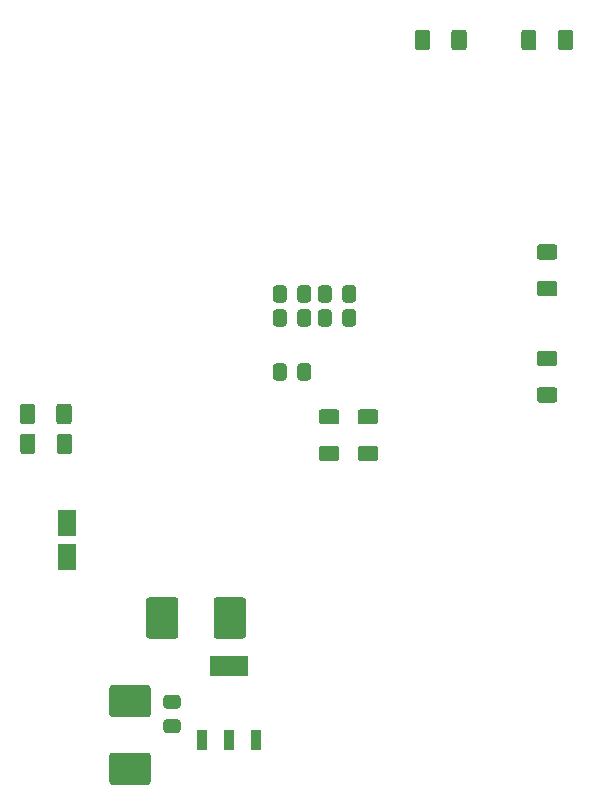
<source format=gbr>
G04 #@! TF.GenerationSoftware,KiCad,Pcbnew,(5.1.9)-1*
G04 #@! TF.CreationDate,2021-03-08T10:33:43+01:00*
G04 #@! TF.ProjectId,FIGS,46494753-2e6b-4696-9361-645f70636258,1x*
G04 #@! TF.SameCoordinates,Original*
G04 #@! TF.FileFunction,Paste,Bot*
G04 #@! TF.FilePolarity,Positive*
%FSLAX46Y46*%
G04 Gerber Fmt 4.6, Leading zero omitted, Abs format (unit mm)*
G04 Created by KiCad (PCBNEW (5.1.9)-1) date 2021-03-08 10:33:43*
%MOMM*%
%LPD*%
G01*
G04 APERTURE LIST*
%ADD10R,3.200001X1.750000*%
%ADD11R,0.950000X1.750000*%
%ADD12R,1.500000X2.200000*%
G04 APERTURE END LIST*
G04 #@! TO.C,R2*
G36*
G01*
X59915000Y-60350000D02*
X61165000Y-60350000D01*
G75*
G02*
X61415000Y-60600000I0J-250000D01*
G01*
X61415000Y-61400000D01*
G75*
G02*
X61165000Y-61650000I-250000J0D01*
G01*
X59915000Y-61650000D01*
G75*
G02*
X59665000Y-61400000I0J250000D01*
G01*
X59665000Y-60600000D01*
G75*
G02*
X59915000Y-60350000I250000J0D01*
G01*
G37*
G36*
G01*
X59915000Y-57250000D02*
X61165000Y-57250000D01*
G75*
G02*
X61415000Y-57500000I0J-250000D01*
G01*
X61415000Y-58300000D01*
G75*
G02*
X61165000Y-58550000I-250000J0D01*
G01*
X59915000Y-58550000D01*
G75*
G02*
X59665000Y-58300000I0J250000D01*
G01*
X59665000Y-57500000D01*
G75*
G02*
X59915000Y-57250000I250000J0D01*
G01*
G37*
G04 #@! TD*
G04 #@! TO.C,R1*
G36*
G01*
X63205000Y-60350000D02*
X64455000Y-60350000D01*
G75*
G02*
X64705000Y-60600000I0J-250000D01*
G01*
X64705000Y-61400000D01*
G75*
G02*
X64455000Y-61650000I-250000J0D01*
G01*
X63205000Y-61650000D01*
G75*
G02*
X62955000Y-61400000I0J250000D01*
G01*
X62955000Y-60600000D01*
G75*
G02*
X63205000Y-60350000I250000J0D01*
G01*
G37*
G36*
G01*
X63205000Y-57250000D02*
X64455000Y-57250000D01*
G75*
G02*
X64705000Y-57500000I0J-250000D01*
G01*
X64705000Y-58300000D01*
G75*
G02*
X64455000Y-58550000I-250000J0D01*
G01*
X63205000Y-58550000D01*
G75*
G02*
X62955000Y-58300000I0J250000D01*
G01*
X62955000Y-57500000D01*
G75*
G02*
X63205000Y-57250000I250000J0D01*
G01*
G37*
G04 #@! TD*
G04 #@! TO.C,C11*
G36*
G01*
X47776000Y-73429999D02*
X47776000Y-76430001D01*
G75*
G02*
X47526001Y-76680000I-249999J0D01*
G01*
X45300999Y-76680000D01*
G75*
G02*
X45051000Y-76430001I0J249999D01*
G01*
X45051000Y-73429999D01*
G75*
G02*
X45300999Y-73180000I249999J0D01*
G01*
X47526001Y-73180000D01*
G75*
G02*
X47776000Y-73429999I0J-249999D01*
G01*
G37*
G36*
G01*
X53501000Y-73429999D02*
X53501000Y-76430001D01*
G75*
G02*
X53251001Y-76680000I-249999J0D01*
G01*
X51025999Y-76680000D01*
G75*
G02*
X50776000Y-76430001I0J249999D01*
G01*
X50776000Y-73429999D01*
G75*
G02*
X51025999Y-73180000I249999J0D01*
G01*
X53251001Y-73180000D01*
G75*
G02*
X53501000Y-73429999I0J-249999D01*
G01*
G37*
G04 #@! TD*
G04 #@! TO.C,C4*
G36*
G01*
X45188001Y-83336000D02*
X42187999Y-83336000D01*
G75*
G02*
X41938000Y-83086001I0J249999D01*
G01*
X41938000Y-80860999D01*
G75*
G02*
X42187999Y-80611000I249999J0D01*
G01*
X45188001Y-80611000D01*
G75*
G02*
X45438000Y-80860999I0J-249999D01*
G01*
X45438000Y-83086001D01*
G75*
G02*
X45188001Y-83336000I-249999J0D01*
G01*
G37*
G36*
G01*
X45188001Y-89061000D02*
X42187999Y-89061000D01*
G75*
G02*
X41938000Y-88811001I0J249999D01*
G01*
X41938000Y-86585999D01*
G75*
G02*
X42187999Y-86336000I249999J0D01*
G01*
X45188001Y-86336000D01*
G75*
G02*
X45438000Y-86585999I0J-249999D01*
G01*
X45438000Y-88811001D01*
G75*
G02*
X45188001Y-89061000I-249999J0D01*
G01*
G37*
G04 #@! TD*
D10*
G04 #@! TO.C,U1*
X52070000Y-78994000D03*
D11*
X49770000Y-85294000D03*
X52070000Y-85294000D03*
X54370000Y-85294000D03*
G04 #@! TD*
G04 #@! TO.C,R26*
G36*
G01*
X79625001Y-44600000D02*
X78374999Y-44600000D01*
G75*
G02*
X78125000Y-44350001I0J249999D01*
G01*
X78125000Y-43549999D01*
G75*
G02*
X78374999Y-43300000I249999J0D01*
G01*
X79625001Y-43300000D01*
G75*
G02*
X79875000Y-43549999I0J-249999D01*
G01*
X79875000Y-44350001D01*
G75*
G02*
X79625001Y-44600000I-249999J0D01*
G01*
G37*
G36*
G01*
X79625001Y-47700000D02*
X78374999Y-47700000D01*
G75*
G02*
X78125000Y-47450001I0J249999D01*
G01*
X78125000Y-46649999D01*
G75*
G02*
X78374999Y-46400000I249999J0D01*
G01*
X79625001Y-46400000D01*
G75*
G02*
X79875000Y-46649999I0J-249999D01*
G01*
X79875000Y-47450001D01*
G75*
G02*
X79625001Y-47700000I-249999J0D01*
G01*
G37*
G04 #@! TD*
G04 #@! TO.C,R24*
G36*
G01*
X69100000Y-25374999D02*
X69100000Y-26625001D01*
G75*
G02*
X68850001Y-26875000I-249999J0D01*
G01*
X68049999Y-26875000D01*
G75*
G02*
X67800000Y-26625001I0J249999D01*
G01*
X67800000Y-25374999D01*
G75*
G02*
X68049999Y-25125000I249999J0D01*
G01*
X68850001Y-25125000D01*
G75*
G02*
X69100000Y-25374999I0J-249999D01*
G01*
G37*
G36*
G01*
X72200000Y-25374999D02*
X72200000Y-26625001D01*
G75*
G02*
X71950001Y-26875000I-249999J0D01*
G01*
X71149999Y-26875000D01*
G75*
G02*
X70900000Y-26625001I0J249999D01*
G01*
X70900000Y-25374999D01*
G75*
G02*
X71149999Y-25125000I249999J0D01*
G01*
X71950001Y-25125000D01*
G75*
G02*
X72200000Y-25374999I0J-249999D01*
G01*
G37*
G04 #@! TD*
G04 #@! TO.C,R20*
G36*
G01*
X79625001Y-53600000D02*
X78374999Y-53600000D01*
G75*
G02*
X78125000Y-53350001I0J249999D01*
G01*
X78125000Y-52549999D01*
G75*
G02*
X78374999Y-52300000I249999J0D01*
G01*
X79625001Y-52300000D01*
G75*
G02*
X79875000Y-52549999I0J-249999D01*
G01*
X79875000Y-53350001D01*
G75*
G02*
X79625001Y-53600000I-249999J0D01*
G01*
G37*
G36*
G01*
X79625001Y-56700000D02*
X78374999Y-56700000D01*
G75*
G02*
X78125000Y-56450001I0J249999D01*
G01*
X78125000Y-55649999D01*
G75*
G02*
X78374999Y-55400000I249999J0D01*
G01*
X79625001Y-55400000D01*
G75*
G02*
X79875000Y-55649999I0J-249999D01*
G01*
X79875000Y-56450001D01*
G75*
G02*
X79625001Y-56700000I-249999J0D01*
G01*
G37*
G04 #@! TD*
G04 #@! TO.C,R18*
G36*
G01*
X78100000Y-25374999D02*
X78100000Y-26625001D01*
G75*
G02*
X77850001Y-26875000I-249999J0D01*
G01*
X77049999Y-26875000D01*
G75*
G02*
X76800000Y-26625001I0J249999D01*
G01*
X76800000Y-25374999D01*
G75*
G02*
X77049999Y-25125000I249999J0D01*
G01*
X77850001Y-25125000D01*
G75*
G02*
X78100000Y-25374999I0J-249999D01*
G01*
G37*
G36*
G01*
X81200000Y-25374999D02*
X81200000Y-26625001D01*
G75*
G02*
X80950001Y-26875000I-249999J0D01*
G01*
X80149999Y-26875000D01*
G75*
G02*
X79900000Y-26625001I0J249999D01*
G01*
X79900000Y-25374999D01*
G75*
G02*
X80149999Y-25125000I249999J0D01*
G01*
X80950001Y-25125000D01*
G75*
G02*
X81200000Y-25374999I0J-249999D01*
G01*
G37*
G04 #@! TD*
G04 #@! TO.C,R14*
G36*
G01*
X37476000Y-60823001D02*
X37476000Y-59572999D01*
G75*
G02*
X37725999Y-59323000I249999J0D01*
G01*
X38526001Y-59323000D01*
G75*
G02*
X38776000Y-59572999I0J-249999D01*
G01*
X38776000Y-60823001D01*
G75*
G02*
X38526001Y-61073000I-249999J0D01*
G01*
X37725999Y-61073000D01*
G75*
G02*
X37476000Y-60823001I0J249999D01*
G01*
G37*
G36*
G01*
X34376000Y-60823001D02*
X34376000Y-59572999D01*
G75*
G02*
X34625999Y-59323000I249999J0D01*
G01*
X35426001Y-59323000D01*
G75*
G02*
X35676000Y-59572999I0J-249999D01*
G01*
X35676000Y-60823001D01*
G75*
G02*
X35426001Y-61073000I-249999J0D01*
G01*
X34625999Y-61073000D01*
G75*
G02*
X34376000Y-60823001I0J249999D01*
G01*
G37*
G04 #@! TD*
G04 #@! TO.C,R11*
G36*
G01*
X37450000Y-58283001D02*
X37450000Y-57032999D01*
G75*
G02*
X37699999Y-56783000I249999J0D01*
G01*
X38500001Y-56783000D01*
G75*
G02*
X38750000Y-57032999I0J-249999D01*
G01*
X38750000Y-58283001D01*
G75*
G02*
X38500001Y-58533000I-249999J0D01*
G01*
X37699999Y-58533000D01*
G75*
G02*
X37450000Y-58283001I0J249999D01*
G01*
G37*
G36*
G01*
X34350000Y-58283001D02*
X34350000Y-57032999D01*
G75*
G02*
X34599999Y-56783000I249999J0D01*
G01*
X35400001Y-56783000D01*
G75*
G02*
X35650000Y-57032999I0J-249999D01*
G01*
X35650000Y-58283001D01*
G75*
G02*
X35400001Y-58533000I-249999J0D01*
G01*
X34599999Y-58533000D01*
G75*
G02*
X34350000Y-58283001I0J249999D01*
G01*
G37*
G04 #@! TD*
D12*
G04 #@! TO.C,D7*
X38354000Y-66876000D03*
X38354000Y-69776000D03*
G04 #@! TD*
G04 #@! TO.C,C7*
G36*
G01*
X47719000Y-82608000D02*
X46769000Y-82608000D01*
G75*
G02*
X46519000Y-82358000I0J250000D01*
G01*
X46519000Y-81683000D01*
G75*
G02*
X46769000Y-81433000I250000J0D01*
G01*
X47719000Y-81433000D01*
G75*
G02*
X47969000Y-81683000I0J-250000D01*
G01*
X47969000Y-82358000D01*
G75*
G02*
X47719000Y-82608000I-250000J0D01*
G01*
G37*
G36*
G01*
X47719000Y-84683000D02*
X46769000Y-84683000D01*
G75*
G02*
X46519000Y-84433000I0J250000D01*
G01*
X46519000Y-83758000D01*
G75*
G02*
X46769000Y-83508000I250000J0D01*
G01*
X47719000Y-83508000D01*
G75*
G02*
X47969000Y-83758000I0J-250000D01*
G01*
X47969000Y-84433000D01*
G75*
G02*
X47719000Y-84683000I-250000J0D01*
G01*
G37*
G04 #@! TD*
G04 #@! TO.C,C6*
G36*
G01*
X61664000Y-50005000D02*
X61664000Y-49055000D01*
G75*
G02*
X61914000Y-48805000I250000J0D01*
G01*
X62589000Y-48805000D01*
G75*
G02*
X62839000Y-49055000I0J-250000D01*
G01*
X62839000Y-50005000D01*
G75*
G02*
X62589000Y-50255000I-250000J0D01*
G01*
X61914000Y-50255000D01*
G75*
G02*
X61664000Y-50005000I0J250000D01*
G01*
G37*
G36*
G01*
X59589000Y-50005000D02*
X59589000Y-49055000D01*
G75*
G02*
X59839000Y-48805000I250000J0D01*
G01*
X60514000Y-48805000D01*
G75*
G02*
X60764000Y-49055000I0J-250000D01*
G01*
X60764000Y-50005000D01*
G75*
G02*
X60514000Y-50255000I-250000J0D01*
G01*
X59839000Y-50255000D01*
G75*
G02*
X59589000Y-50005000I0J250000D01*
G01*
G37*
G04 #@! TD*
G04 #@! TO.C,C5*
G36*
G01*
X56954000Y-49055000D02*
X56954000Y-50005000D01*
G75*
G02*
X56704000Y-50255000I-250000J0D01*
G01*
X56029000Y-50255000D01*
G75*
G02*
X55779000Y-50005000I0J250000D01*
G01*
X55779000Y-49055000D01*
G75*
G02*
X56029000Y-48805000I250000J0D01*
G01*
X56704000Y-48805000D01*
G75*
G02*
X56954000Y-49055000I0J-250000D01*
G01*
G37*
G36*
G01*
X59029000Y-49055000D02*
X59029000Y-50005000D01*
G75*
G02*
X58779000Y-50255000I-250000J0D01*
G01*
X58104000Y-50255000D01*
G75*
G02*
X57854000Y-50005000I0J250000D01*
G01*
X57854000Y-49055000D01*
G75*
G02*
X58104000Y-48805000I250000J0D01*
G01*
X58779000Y-48805000D01*
G75*
G02*
X59029000Y-49055000I0J-250000D01*
G01*
G37*
G04 #@! TD*
G04 #@! TO.C,C3*
G36*
G01*
X61664000Y-47973000D02*
X61664000Y-47023000D01*
G75*
G02*
X61914000Y-46773000I250000J0D01*
G01*
X62589000Y-46773000D01*
G75*
G02*
X62839000Y-47023000I0J-250000D01*
G01*
X62839000Y-47973000D01*
G75*
G02*
X62589000Y-48223000I-250000J0D01*
G01*
X61914000Y-48223000D01*
G75*
G02*
X61664000Y-47973000I0J250000D01*
G01*
G37*
G36*
G01*
X59589000Y-47973000D02*
X59589000Y-47023000D01*
G75*
G02*
X59839000Y-46773000I250000J0D01*
G01*
X60514000Y-46773000D01*
G75*
G02*
X60764000Y-47023000I0J-250000D01*
G01*
X60764000Y-47973000D01*
G75*
G02*
X60514000Y-48223000I-250000J0D01*
G01*
X59839000Y-48223000D01*
G75*
G02*
X59589000Y-47973000I0J250000D01*
G01*
G37*
G04 #@! TD*
G04 #@! TO.C,C2*
G36*
G01*
X56954000Y-47023000D02*
X56954000Y-47973000D01*
G75*
G02*
X56704000Y-48223000I-250000J0D01*
G01*
X56029000Y-48223000D01*
G75*
G02*
X55779000Y-47973000I0J250000D01*
G01*
X55779000Y-47023000D01*
G75*
G02*
X56029000Y-46773000I250000J0D01*
G01*
X56704000Y-46773000D01*
G75*
G02*
X56954000Y-47023000I0J-250000D01*
G01*
G37*
G36*
G01*
X59029000Y-47023000D02*
X59029000Y-47973000D01*
G75*
G02*
X58779000Y-48223000I-250000J0D01*
G01*
X58104000Y-48223000D01*
G75*
G02*
X57854000Y-47973000I0J250000D01*
G01*
X57854000Y-47023000D01*
G75*
G02*
X58104000Y-46773000I250000J0D01*
G01*
X58779000Y-46773000D01*
G75*
G02*
X59029000Y-47023000I0J-250000D01*
G01*
G37*
G04 #@! TD*
G04 #@! TO.C,C1*
G36*
G01*
X56954000Y-53627000D02*
X56954000Y-54577000D01*
G75*
G02*
X56704000Y-54827000I-250000J0D01*
G01*
X56029000Y-54827000D01*
G75*
G02*
X55779000Y-54577000I0J250000D01*
G01*
X55779000Y-53627000D01*
G75*
G02*
X56029000Y-53377000I250000J0D01*
G01*
X56704000Y-53377000D01*
G75*
G02*
X56954000Y-53627000I0J-250000D01*
G01*
G37*
G36*
G01*
X59029000Y-53627000D02*
X59029000Y-54577000D01*
G75*
G02*
X58779000Y-54827000I-250000J0D01*
G01*
X58104000Y-54827000D01*
G75*
G02*
X57854000Y-54577000I0J250000D01*
G01*
X57854000Y-53627000D01*
G75*
G02*
X58104000Y-53377000I250000J0D01*
G01*
X58779000Y-53377000D01*
G75*
G02*
X59029000Y-53627000I0J-250000D01*
G01*
G37*
G04 #@! TD*
M02*

</source>
